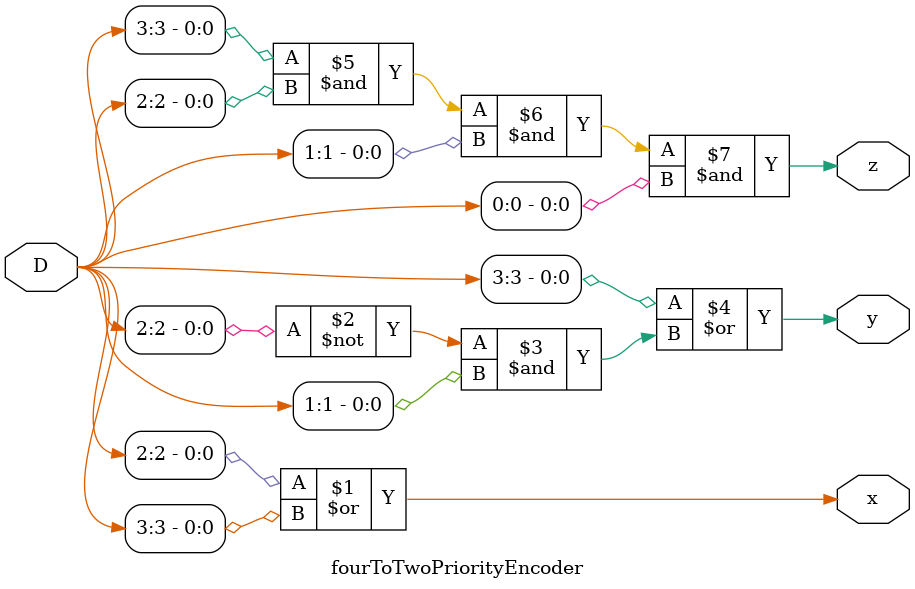
<source format=v>
`timescale 1ns / 1ps


module fourToTwoPriorityEncoder(
    input wire [3:0] D,
    output wire x,y,z
    );
    
    assign x = D[2] | D[3];
    assign y = D[3] | (~D[2] & D[1]);
    assign z = D[3] & D[2] & D[1] & D[0];
     
    
endmodule

</source>
